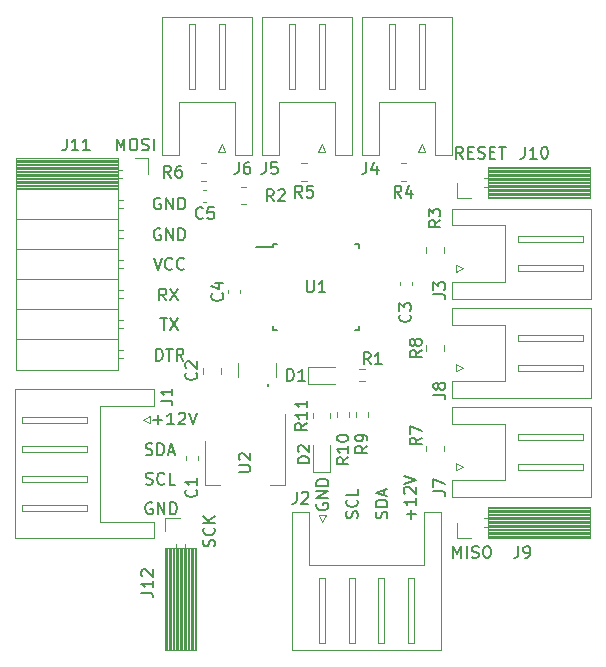
<source format=gto>
G04 #@! TF.GenerationSoftware,KiCad,Pcbnew,(6.0.9)*
G04 #@! TF.CreationDate,2023-02-23T12:45:50+09:00*
G04 #@! TF.ProjectId,AMS_Temp_SMD,414d535f-5465-46d7-905f-534d442e6b69,rev?*
G04 #@! TF.SameCoordinates,Original*
G04 #@! TF.FileFunction,Legend,Top*
G04 #@! TF.FilePolarity,Positive*
%FSLAX46Y46*%
G04 Gerber Fmt 4.6, Leading zero omitted, Abs format (unit mm)*
G04 Created by KiCad (PCBNEW (6.0.9)) date 2023-02-23 12:45:50*
%MOMM*%
%LPD*%
G01*
G04 APERTURE LIST*
%ADD10C,0.150000*%
%ADD11C,0.120000*%
%ADD12C,0.100000*%
%ADD13C,0.200000*%
G04 APERTURE END LIST*
D10*
X113004761Y-98985714D02*
X113052380Y-98842857D01*
X113052380Y-98604761D01*
X113004761Y-98509523D01*
X112957142Y-98461904D01*
X112861904Y-98414285D01*
X112766666Y-98414285D01*
X112671428Y-98461904D01*
X112623809Y-98509523D01*
X112576190Y-98604761D01*
X112528571Y-98795238D01*
X112480952Y-98890476D01*
X112433333Y-98938095D01*
X112338095Y-98985714D01*
X112242857Y-98985714D01*
X112147619Y-98938095D01*
X112100000Y-98890476D01*
X112052380Y-98795238D01*
X112052380Y-98557142D01*
X112100000Y-98414285D01*
X112957142Y-97414285D02*
X113004761Y-97461904D01*
X113052380Y-97604761D01*
X113052380Y-97700000D01*
X113004761Y-97842857D01*
X112909523Y-97938095D01*
X112814285Y-97985714D01*
X112623809Y-98033333D01*
X112480952Y-98033333D01*
X112290476Y-97985714D01*
X112195238Y-97938095D01*
X112100000Y-97842857D01*
X112052380Y-97700000D01*
X112052380Y-97604761D01*
X112100000Y-97461904D01*
X112147619Y-97414285D01*
X113052380Y-96985714D02*
X112052380Y-96985714D01*
X113052380Y-96414285D02*
X112480952Y-96842857D01*
X112052380Y-96414285D02*
X112623809Y-96985714D01*
X107185714Y-91204761D02*
X107328571Y-91252380D01*
X107566666Y-91252380D01*
X107661904Y-91204761D01*
X107709523Y-91157142D01*
X107757142Y-91061904D01*
X107757142Y-90966666D01*
X107709523Y-90871428D01*
X107661904Y-90823809D01*
X107566666Y-90776190D01*
X107376190Y-90728571D01*
X107280952Y-90680952D01*
X107233333Y-90633333D01*
X107185714Y-90538095D01*
X107185714Y-90442857D01*
X107233333Y-90347619D01*
X107280952Y-90300000D01*
X107376190Y-90252380D01*
X107614285Y-90252380D01*
X107757142Y-90300000D01*
X108185714Y-91252380D02*
X108185714Y-90252380D01*
X108423809Y-90252380D01*
X108566666Y-90300000D01*
X108661904Y-90395238D01*
X108709523Y-90490476D01*
X108757142Y-90680952D01*
X108757142Y-90823809D01*
X108709523Y-91014285D01*
X108661904Y-91109523D01*
X108566666Y-91204761D01*
X108423809Y-91252380D01*
X108185714Y-91252380D01*
X109138095Y-90966666D02*
X109614285Y-90966666D01*
X109042857Y-91252380D02*
X109376190Y-90252380D01*
X109709523Y-91252380D01*
X107866666Y-74552380D02*
X108200000Y-75552380D01*
X108533333Y-74552380D01*
X109438095Y-75457142D02*
X109390476Y-75504761D01*
X109247619Y-75552380D01*
X109152380Y-75552380D01*
X109009523Y-75504761D01*
X108914285Y-75409523D01*
X108866666Y-75314285D01*
X108819047Y-75123809D01*
X108819047Y-74980952D01*
X108866666Y-74790476D01*
X108914285Y-74695238D01*
X109009523Y-74600000D01*
X109152380Y-74552380D01*
X109247619Y-74552380D01*
X109390476Y-74600000D01*
X109438095Y-74647619D01*
X110438095Y-75457142D02*
X110390476Y-75504761D01*
X110247619Y-75552380D01*
X110152380Y-75552380D01*
X110009523Y-75504761D01*
X109914285Y-75409523D01*
X109866666Y-75314285D01*
X109819047Y-75123809D01*
X109819047Y-74980952D01*
X109866666Y-74790476D01*
X109914285Y-74695238D01*
X110009523Y-74600000D01*
X110152380Y-74552380D01*
X110247619Y-74552380D01*
X110390476Y-74600000D01*
X110438095Y-74647619D01*
X108438095Y-69500000D02*
X108342857Y-69452380D01*
X108200000Y-69452380D01*
X108057142Y-69500000D01*
X107961904Y-69595238D01*
X107914285Y-69690476D01*
X107866666Y-69880952D01*
X107866666Y-70023809D01*
X107914285Y-70214285D01*
X107961904Y-70309523D01*
X108057142Y-70404761D01*
X108200000Y-70452380D01*
X108295238Y-70452380D01*
X108438095Y-70404761D01*
X108485714Y-70357142D01*
X108485714Y-70023809D01*
X108295238Y-70023809D01*
X108914285Y-70452380D02*
X108914285Y-69452380D01*
X109485714Y-70452380D01*
X109485714Y-69452380D01*
X109961904Y-70452380D02*
X109961904Y-69452380D01*
X110200000Y-69452380D01*
X110342857Y-69500000D01*
X110438095Y-69595238D01*
X110485714Y-69690476D01*
X110533333Y-69880952D01*
X110533333Y-70023809D01*
X110485714Y-70214285D01*
X110438095Y-70309523D01*
X110342857Y-70404761D01*
X110200000Y-70452380D01*
X109961904Y-70452380D01*
X127604761Y-96614285D02*
X127652380Y-96471428D01*
X127652380Y-96233333D01*
X127604761Y-96138095D01*
X127557142Y-96090476D01*
X127461904Y-96042857D01*
X127366666Y-96042857D01*
X127271428Y-96090476D01*
X127223809Y-96138095D01*
X127176190Y-96233333D01*
X127128571Y-96423809D01*
X127080952Y-96519047D01*
X127033333Y-96566666D01*
X126938095Y-96614285D01*
X126842857Y-96614285D01*
X126747619Y-96566666D01*
X126700000Y-96519047D01*
X126652380Y-96423809D01*
X126652380Y-96185714D01*
X126700000Y-96042857D01*
X127652380Y-95614285D02*
X126652380Y-95614285D01*
X126652380Y-95376190D01*
X126700000Y-95233333D01*
X126795238Y-95138095D01*
X126890476Y-95090476D01*
X127080952Y-95042857D01*
X127223809Y-95042857D01*
X127414285Y-95090476D01*
X127509523Y-95138095D01*
X127604761Y-95233333D01*
X127652380Y-95376190D01*
X127652380Y-95614285D01*
X127366666Y-94661904D02*
X127366666Y-94185714D01*
X127652380Y-94757142D02*
X126652380Y-94423809D01*
X127652380Y-94090476D01*
X108438095Y-79652380D02*
X109009523Y-79652380D01*
X108723809Y-80652380D02*
X108723809Y-79652380D01*
X109247619Y-79652380D02*
X109914285Y-80652380D01*
X109914285Y-79652380D02*
X109247619Y-80652380D01*
X107209523Y-93704761D02*
X107352380Y-93752380D01*
X107590476Y-93752380D01*
X107685714Y-93704761D01*
X107733333Y-93657142D01*
X107780952Y-93561904D01*
X107780952Y-93466666D01*
X107733333Y-93371428D01*
X107685714Y-93323809D01*
X107590476Y-93276190D01*
X107400000Y-93228571D01*
X107304761Y-93180952D01*
X107257142Y-93133333D01*
X107209523Y-93038095D01*
X107209523Y-92942857D01*
X107257142Y-92847619D01*
X107304761Y-92800000D01*
X107400000Y-92752380D01*
X107638095Y-92752380D01*
X107780952Y-92800000D01*
X108780952Y-93657142D02*
X108733333Y-93704761D01*
X108590476Y-93752380D01*
X108495238Y-93752380D01*
X108352380Y-93704761D01*
X108257142Y-93609523D01*
X108209523Y-93514285D01*
X108161904Y-93323809D01*
X108161904Y-93180952D01*
X108209523Y-92990476D01*
X108257142Y-92895238D01*
X108352380Y-92800000D01*
X108495238Y-92752380D01*
X108590476Y-92752380D01*
X108733333Y-92800000D01*
X108780952Y-92847619D01*
X109685714Y-93752380D02*
X109209523Y-93752380D01*
X109209523Y-92752380D01*
X134047619Y-66152380D02*
X133714285Y-65676190D01*
X133476190Y-66152380D02*
X133476190Y-65152380D01*
X133857142Y-65152380D01*
X133952380Y-65200000D01*
X134000000Y-65247619D01*
X134047619Y-65342857D01*
X134047619Y-65485714D01*
X134000000Y-65580952D01*
X133952380Y-65628571D01*
X133857142Y-65676190D01*
X133476190Y-65676190D01*
X134476190Y-65628571D02*
X134809523Y-65628571D01*
X134952380Y-66152380D02*
X134476190Y-66152380D01*
X134476190Y-65152380D01*
X134952380Y-65152380D01*
X135333333Y-66104761D02*
X135476190Y-66152380D01*
X135714285Y-66152380D01*
X135809523Y-66104761D01*
X135857142Y-66057142D01*
X135904761Y-65961904D01*
X135904761Y-65866666D01*
X135857142Y-65771428D01*
X135809523Y-65723809D01*
X135714285Y-65676190D01*
X135523809Y-65628571D01*
X135428571Y-65580952D01*
X135380952Y-65533333D01*
X135333333Y-65438095D01*
X135333333Y-65342857D01*
X135380952Y-65247619D01*
X135428571Y-65200000D01*
X135523809Y-65152380D01*
X135761904Y-65152380D01*
X135904761Y-65200000D01*
X136333333Y-65628571D02*
X136666666Y-65628571D01*
X136809523Y-66152380D02*
X136333333Y-66152380D01*
X136333333Y-65152380D01*
X136809523Y-65152380D01*
X137095238Y-65152380D02*
X137666666Y-65152380D01*
X137380952Y-66152380D02*
X137380952Y-65152380D01*
X104728571Y-65452380D02*
X104728571Y-64452380D01*
X105061904Y-65166666D01*
X105395238Y-64452380D01*
X105395238Y-65452380D01*
X106061904Y-64452380D02*
X106252380Y-64452380D01*
X106347619Y-64500000D01*
X106442857Y-64595238D01*
X106490476Y-64785714D01*
X106490476Y-65119047D01*
X106442857Y-65309523D01*
X106347619Y-65404761D01*
X106252380Y-65452380D01*
X106061904Y-65452380D01*
X105966666Y-65404761D01*
X105871428Y-65309523D01*
X105823809Y-65119047D01*
X105823809Y-64785714D01*
X105871428Y-64595238D01*
X105966666Y-64500000D01*
X106061904Y-64452380D01*
X106871428Y-65404761D02*
X107014285Y-65452380D01*
X107252380Y-65452380D01*
X107347619Y-65404761D01*
X107395238Y-65357142D01*
X107442857Y-65261904D01*
X107442857Y-65166666D01*
X107395238Y-65071428D01*
X107347619Y-65023809D01*
X107252380Y-64976190D01*
X107061904Y-64928571D01*
X106966666Y-64880952D01*
X106919047Y-64833333D01*
X106871428Y-64738095D01*
X106871428Y-64642857D01*
X106919047Y-64547619D01*
X106966666Y-64500000D01*
X107061904Y-64452380D01*
X107300000Y-64452380D01*
X107442857Y-64500000D01*
X107871428Y-65452380D02*
X107871428Y-64452380D01*
X108933333Y-78152380D02*
X108600000Y-77676190D01*
X108361904Y-78152380D02*
X108361904Y-77152380D01*
X108742857Y-77152380D01*
X108838095Y-77200000D01*
X108885714Y-77247619D01*
X108933333Y-77342857D01*
X108933333Y-77485714D01*
X108885714Y-77580952D01*
X108838095Y-77628571D01*
X108742857Y-77676190D01*
X108361904Y-77676190D01*
X109266666Y-77152380D02*
X109933333Y-78152380D01*
X109933333Y-77152380D02*
X109266666Y-78152380D01*
X125104761Y-96590476D02*
X125152380Y-96447619D01*
X125152380Y-96209523D01*
X125104761Y-96114285D01*
X125057142Y-96066666D01*
X124961904Y-96019047D01*
X124866666Y-96019047D01*
X124771428Y-96066666D01*
X124723809Y-96114285D01*
X124676190Y-96209523D01*
X124628571Y-96400000D01*
X124580952Y-96495238D01*
X124533333Y-96542857D01*
X124438095Y-96590476D01*
X124342857Y-96590476D01*
X124247619Y-96542857D01*
X124200000Y-96495238D01*
X124152380Y-96400000D01*
X124152380Y-96161904D01*
X124200000Y-96019047D01*
X125057142Y-95019047D02*
X125104761Y-95066666D01*
X125152380Y-95209523D01*
X125152380Y-95304761D01*
X125104761Y-95447619D01*
X125009523Y-95542857D01*
X124914285Y-95590476D01*
X124723809Y-95638095D01*
X124580952Y-95638095D01*
X124390476Y-95590476D01*
X124295238Y-95542857D01*
X124200000Y-95447619D01*
X124152380Y-95304761D01*
X124152380Y-95209523D01*
X124200000Y-95066666D01*
X124247619Y-95019047D01*
X125152380Y-94114285D02*
X125152380Y-94590476D01*
X124152380Y-94590476D01*
X107738095Y-95300000D02*
X107642857Y-95252380D01*
X107500000Y-95252380D01*
X107357142Y-95300000D01*
X107261904Y-95395238D01*
X107214285Y-95490476D01*
X107166666Y-95680952D01*
X107166666Y-95823809D01*
X107214285Y-96014285D01*
X107261904Y-96109523D01*
X107357142Y-96204761D01*
X107500000Y-96252380D01*
X107595238Y-96252380D01*
X107738095Y-96204761D01*
X107785714Y-96157142D01*
X107785714Y-95823809D01*
X107595238Y-95823809D01*
X108214285Y-96252380D02*
X108214285Y-95252380D01*
X108785714Y-96252380D01*
X108785714Y-95252380D01*
X109261904Y-96252380D02*
X109261904Y-95252380D01*
X109500000Y-95252380D01*
X109642857Y-95300000D01*
X109738095Y-95395238D01*
X109785714Y-95490476D01*
X109833333Y-95680952D01*
X109833333Y-95823809D01*
X109785714Y-96014285D01*
X109738095Y-96109523D01*
X109642857Y-96204761D01*
X109500000Y-96252380D01*
X109261904Y-96252380D01*
X133228571Y-99952380D02*
X133228571Y-98952380D01*
X133561904Y-99666666D01*
X133895238Y-98952380D01*
X133895238Y-99952380D01*
X134371428Y-99952380D02*
X134371428Y-98952380D01*
X134800000Y-99904761D02*
X134942857Y-99952380D01*
X135180952Y-99952380D01*
X135276190Y-99904761D01*
X135323809Y-99857142D01*
X135371428Y-99761904D01*
X135371428Y-99666666D01*
X135323809Y-99571428D01*
X135276190Y-99523809D01*
X135180952Y-99476190D01*
X134990476Y-99428571D01*
X134895238Y-99380952D01*
X134847619Y-99333333D01*
X134800000Y-99238095D01*
X134800000Y-99142857D01*
X134847619Y-99047619D01*
X134895238Y-99000000D01*
X134990476Y-98952380D01*
X135228571Y-98952380D01*
X135371428Y-99000000D01*
X135990476Y-98952380D02*
X136180952Y-98952380D01*
X136276190Y-99000000D01*
X136371428Y-99095238D01*
X136419047Y-99285714D01*
X136419047Y-99619047D01*
X136371428Y-99809523D01*
X136276190Y-99904761D01*
X136180952Y-99952380D01*
X135990476Y-99952380D01*
X135895238Y-99904761D01*
X135800000Y-99809523D01*
X135752380Y-99619047D01*
X135752380Y-99285714D01*
X135800000Y-99095238D01*
X135895238Y-99000000D01*
X135990476Y-98952380D01*
X129671428Y-96661904D02*
X129671428Y-95900000D01*
X130052380Y-96280952D02*
X129290476Y-96280952D01*
X130052380Y-94900000D02*
X130052380Y-95471428D01*
X130052380Y-95185714D02*
X129052380Y-95185714D01*
X129195238Y-95280952D01*
X129290476Y-95376190D01*
X129338095Y-95471428D01*
X129147619Y-94519047D02*
X129100000Y-94471428D01*
X129052380Y-94376190D01*
X129052380Y-94138095D01*
X129100000Y-94042857D01*
X129147619Y-93995238D01*
X129242857Y-93947619D01*
X129338095Y-93947619D01*
X129480952Y-93995238D01*
X130052380Y-94566666D01*
X130052380Y-93947619D01*
X129052380Y-93661904D02*
X130052380Y-93328571D01*
X129052380Y-92995238D01*
X108057142Y-83252380D02*
X108057142Y-82252380D01*
X108295238Y-82252380D01*
X108438095Y-82300000D01*
X108533333Y-82395238D01*
X108580952Y-82490476D01*
X108628571Y-82680952D01*
X108628571Y-82823809D01*
X108580952Y-83014285D01*
X108533333Y-83109523D01*
X108438095Y-83204761D01*
X108295238Y-83252380D01*
X108057142Y-83252380D01*
X108914285Y-82252380D02*
X109485714Y-82252380D01*
X109200000Y-83252380D02*
X109200000Y-82252380D01*
X110390476Y-83252380D02*
X110057142Y-82776190D01*
X109819047Y-83252380D02*
X109819047Y-82252380D01*
X110200000Y-82252380D01*
X110295238Y-82300000D01*
X110342857Y-82347619D01*
X110390476Y-82442857D01*
X110390476Y-82585714D01*
X110342857Y-82680952D01*
X110295238Y-82728571D01*
X110200000Y-82776190D01*
X109819047Y-82776190D01*
X121700000Y-95361904D02*
X121652380Y-95457142D01*
X121652380Y-95600000D01*
X121700000Y-95742857D01*
X121795238Y-95838095D01*
X121890476Y-95885714D01*
X122080952Y-95933333D01*
X122223809Y-95933333D01*
X122414285Y-95885714D01*
X122509523Y-95838095D01*
X122604761Y-95742857D01*
X122652380Y-95600000D01*
X122652380Y-95504761D01*
X122604761Y-95361904D01*
X122557142Y-95314285D01*
X122223809Y-95314285D01*
X122223809Y-95504761D01*
X122652380Y-94885714D02*
X121652380Y-94885714D01*
X122652380Y-94314285D01*
X121652380Y-94314285D01*
X122652380Y-93838095D02*
X121652380Y-93838095D01*
X121652380Y-93600000D01*
X121700000Y-93457142D01*
X121795238Y-93361904D01*
X121890476Y-93314285D01*
X122080952Y-93266666D01*
X122223809Y-93266666D01*
X122414285Y-93314285D01*
X122509523Y-93361904D01*
X122604761Y-93457142D01*
X122652380Y-93600000D01*
X122652380Y-93838095D01*
X108438095Y-72100000D02*
X108342857Y-72052380D01*
X108200000Y-72052380D01*
X108057142Y-72100000D01*
X107961904Y-72195238D01*
X107914285Y-72290476D01*
X107866666Y-72480952D01*
X107866666Y-72623809D01*
X107914285Y-72814285D01*
X107961904Y-72909523D01*
X108057142Y-73004761D01*
X108200000Y-73052380D01*
X108295238Y-73052380D01*
X108438095Y-73004761D01*
X108485714Y-72957142D01*
X108485714Y-72623809D01*
X108295238Y-72623809D01*
X108914285Y-73052380D02*
X108914285Y-72052380D01*
X109485714Y-73052380D01*
X109485714Y-72052380D01*
X109961904Y-73052380D02*
X109961904Y-72052380D01*
X110200000Y-72052380D01*
X110342857Y-72100000D01*
X110438095Y-72195238D01*
X110485714Y-72290476D01*
X110533333Y-72480952D01*
X110533333Y-72623809D01*
X110485714Y-72814285D01*
X110438095Y-72909523D01*
X110342857Y-73004761D01*
X110200000Y-73052380D01*
X109961904Y-73052380D01*
X107838095Y-88271428D02*
X108600000Y-88271428D01*
X108219047Y-88652380D02*
X108219047Y-87890476D01*
X109600000Y-88652380D02*
X109028571Y-88652380D01*
X109314285Y-88652380D02*
X109314285Y-87652380D01*
X109219047Y-87795238D01*
X109123809Y-87890476D01*
X109028571Y-87938095D01*
X109980952Y-87747619D02*
X110028571Y-87700000D01*
X110123809Y-87652380D01*
X110361904Y-87652380D01*
X110457142Y-87700000D01*
X110504761Y-87747619D01*
X110552380Y-87842857D01*
X110552380Y-87938095D01*
X110504761Y-88080952D01*
X109933333Y-88652380D01*
X110552380Y-88652380D01*
X110838095Y-87652380D02*
X111171428Y-88652380D01*
X111504761Y-87652380D01*
G04 #@! TO.C,R8*
X130552380Y-82366666D02*
X130076190Y-82700000D01*
X130552380Y-82938095D02*
X129552380Y-82938095D01*
X129552380Y-82557142D01*
X129600000Y-82461904D01*
X129647619Y-82414285D01*
X129742857Y-82366666D01*
X129885714Y-82366666D01*
X129980952Y-82414285D01*
X130028571Y-82461904D01*
X130076190Y-82557142D01*
X130076190Y-82938095D01*
X129980952Y-81795238D02*
X129933333Y-81890476D01*
X129885714Y-81938095D01*
X129790476Y-81985714D01*
X129742857Y-81985714D01*
X129647619Y-81938095D01*
X129600000Y-81890476D01*
X129552380Y-81795238D01*
X129552380Y-81604761D01*
X129600000Y-81509523D01*
X129647619Y-81461904D01*
X129742857Y-81414285D01*
X129790476Y-81414285D01*
X129885714Y-81461904D01*
X129933333Y-81509523D01*
X129980952Y-81604761D01*
X129980952Y-81795238D01*
X130028571Y-81890476D01*
X130076190Y-81938095D01*
X130171428Y-81985714D01*
X130361904Y-81985714D01*
X130457142Y-81938095D01*
X130504761Y-81890476D01*
X130552380Y-81795238D01*
X130552380Y-81604761D01*
X130504761Y-81509523D01*
X130457142Y-81461904D01*
X130361904Y-81414285D01*
X130171428Y-81414285D01*
X130076190Y-81461904D01*
X130028571Y-81509523D01*
X129980952Y-81604761D01*
G04 #@! TO.C,J5*
X117366666Y-66452380D02*
X117366666Y-67166666D01*
X117319047Y-67309523D01*
X117223809Y-67404761D01*
X117080952Y-67452380D01*
X116985714Y-67452380D01*
X118319047Y-66452380D02*
X117842857Y-66452380D01*
X117795238Y-66928571D01*
X117842857Y-66880952D01*
X117938095Y-66833333D01*
X118176190Y-66833333D01*
X118271428Y-66880952D01*
X118319047Y-66928571D01*
X118366666Y-67023809D01*
X118366666Y-67261904D01*
X118319047Y-67357142D01*
X118271428Y-67404761D01*
X118176190Y-67452380D01*
X117938095Y-67452380D01*
X117842857Y-67404761D01*
X117795238Y-67357142D01*
G04 #@! TO.C,J4*
X125866666Y-66452380D02*
X125866666Y-67166666D01*
X125819047Y-67309523D01*
X125723809Y-67404761D01*
X125580952Y-67452380D01*
X125485714Y-67452380D01*
X126771428Y-66785714D02*
X126771428Y-67452380D01*
X126533333Y-66404761D02*
X126295238Y-67119047D01*
X126914285Y-67119047D01*
G04 #@! TO.C,J6*
X115066666Y-66452380D02*
X115066666Y-67166666D01*
X115019047Y-67309523D01*
X114923809Y-67404761D01*
X114780952Y-67452380D01*
X114685714Y-67452380D01*
X115971428Y-66452380D02*
X115780952Y-66452380D01*
X115685714Y-66500000D01*
X115638095Y-66547619D01*
X115542857Y-66690476D01*
X115495238Y-66880952D01*
X115495238Y-67261904D01*
X115542857Y-67357142D01*
X115590476Y-67404761D01*
X115685714Y-67452380D01*
X115876190Y-67452380D01*
X115971428Y-67404761D01*
X116019047Y-67357142D01*
X116066666Y-67261904D01*
X116066666Y-67023809D01*
X116019047Y-66928571D01*
X115971428Y-66880952D01*
X115876190Y-66833333D01*
X115685714Y-66833333D01*
X115590476Y-66880952D01*
X115542857Y-66928571D01*
X115495238Y-67023809D01*
G04 #@! TO.C,C4*
X113657142Y-77566666D02*
X113704761Y-77614285D01*
X113752380Y-77757142D01*
X113752380Y-77852380D01*
X113704761Y-77995238D01*
X113609523Y-78090476D01*
X113514285Y-78138095D01*
X113323809Y-78185714D01*
X113180952Y-78185714D01*
X112990476Y-78138095D01*
X112895238Y-78090476D01*
X112800000Y-77995238D01*
X112752380Y-77852380D01*
X112752380Y-77757142D01*
X112800000Y-77614285D01*
X112847619Y-77566666D01*
X113085714Y-76709523D02*
X113752380Y-76709523D01*
X112704761Y-76947619D02*
X113419047Y-77185714D01*
X113419047Y-76566666D01*
G04 #@! TO.C,J7*
X131552380Y-94333333D02*
X132266666Y-94333333D01*
X132409523Y-94380952D01*
X132504761Y-94476190D01*
X132552380Y-94619047D01*
X132552380Y-94714285D01*
X131552380Y-93952380D02*
X131552380Y-93285714D01*
X132552380Y-93714285D01*
G04 #@! TO.C,R5*
X120433333Y-69452380D02*
X120100000Y-68976190D01*
X119861904Y-69452380D02*
X119861904Y-68452380D01*
X120242857Y-68452380D01*
X120338095Y-68500000D01*
X120385714Y-68547619D01*
X120433333Y-68642857D01*
X120433333Y-68785714D01*
X120385714Y-68880952D01*
X120338095Y-68928571D01*
X120242857Y-68976190D01*
X119861904Y-68976190D01*
X121338095Y-68452380D02*
X120861904Y-68452380D01*
X120814285Y-68928571D01*
X120861904Y-68880952D01*
X120957142Y-68833333D01*
X121195238Y-68833333D01*
X121290476Y-68880952D01*
X121338095Y-68928571D01*
X121385714Y-69023809D01*
X121385714Y-69261904D01*
X121338095Y-69357142D01*
X121290476Y-69404761D01*
X121195238Y-69452380D01*
X120957142Y-69452380D01*
X120861904Y-69404761D01*
X120814285Y-69357142D01*
G04 #@! TO.C,J3*
X131552380Y-77633333D02*
X132266666Y-77633333D01*
X132409523Y-77680952D01*
X132504761Y-77776190D01*
X132552380Y-77919047D01*
X132552380Y-78014285D01*
X131552380Y-77252380D02*
X131552380Y-76633333D01*
X131933333Y-76966666D01*
X131933333Y-76823809D01*
X131980952Y-76728571D01*
X132028571Y-76680952D01*
X132123809Y-76633333D01*
X132361904Y-76633333D01*
X132457142Y-76680952D01*
X132504761Y-76728571D01*
X132552380Y-76823809D01*
X132552380Y-77109523D01*
X132504761Y-77204761D01*
X132457142Y-77252380D01*
G04 #@! TO.C,C5*
X112033333Y-71157142D02*
X111985714Y-71204761D01*
X111842857Y-71252380D01*
X111747619Y-71252380D01*
X111604761Y-71204761D01*
X111509523Y-71109523D01*
X111461904Y-71014285D01*
X111414285Y-70823809D01*
X111414285Y-70680952D01*
X111461904Y-70490476D01*
X111509523Y-70395238D01*
X111604761Y-70300000D01*
X111747619Y-70252380D01*
X111842857Y-70252380D01*
X111985714Y-70300000D01*
X112033333Y-70347619D01*
X112938095Y-70252380D02*
X112461904Y-70252380D01*
X112414285Y-70728571D01*
X112461904Y-70680952D01*
X112557142Y-70633333D01*
X112795238Y-70633333D01*
X112890476Y-70680952D01*
X112938095Y-70728571D01*
X112985714Y-70823809D01*
X112985714Y-71061904D01*
X112938095Y-71157142D01*
X112890476Y-71204761D01*
X112795238Y-71252380D01*
X112557142Y-71252380D01*
X112461904Y-71204761D01*
X112414285Y-71157142D01*
G04 #@! TO.C,D1*
X119161904Y-84952380D02*
X119161904Y-83952380D01*
X119400000Y-83952380D01*
X119542857Y-84000000D01*
X119638095Y-84095238D01*
X119685714Y-84190476D01*
X119733333Y-84380952D01*
X119733333Y-84523809D01*
X119685714Y-84714285D01*
X119638095Y-84809523D01*
X119542857Y-84904761D01*
X119400000Y-84952380D01*
X119161904Y-84952380D01*
X120685714Y-84952380D02*
X120114285Y-84952380D01*
X120400000Y-84952380D02*
X120400000Y-83952380D01*
X120304761Y-84095238D01*
X120209523Y-84190476D01*
X120114285Y-84238095D01*
G04 #@! TO.C,J12*
X106807380Y-102889523D02*
X107521666Y-102889523D01*
X107664523Y-102937142D01*
X107759761Y-103032380D01*
X107807380Y-103175238D01*
X107807380Y-103270476D01*
X107807380Y-101889523D02*
X107807380Y-102460952D01*
X107807380Y-102175238D02*
X106807380Y-102175238D01*
X106950238Y-102270476D01*
X107045476Y-102365714D01*
X107093095Y-102460952D01*
X106902619Y-101508571D02*
X106855000Y-101460952D01*
X106807380Y-101365714D01*
X106807380Y-101127619D01*
X106855000Y-101032380D01*
X106902619Y-100984761D01*
X106997857Y-100937142D01*
X107093095Y-100937142D01*
X107235952Y-100984761D01*
X107807380Y-101556190D01*
X107807380Y-100937142D01*
G04 #@! TO.C,R7*
X130552380Y-89766666D02*
X130076190Y-90100000D01*
X130552380Y-90338095D02*
X129552380Y-90338095D01*
X129552380Y-89957142D01*
X129600000Y-89861904D01*
X129647619Y-89814285D01*
X129742857Y-89766666D01*
X129885714Y-89766666D01*
X129980952Y-89814285D01*
X130028571Y-89861904D01*
X130076190Y-89957142D01*
X130076190Y-90338095D01*
X129552380Y-89433333D02*
X129552380Y-88766666D01*
X130552380Y-89195238D01*
G04 #@! TO.C,R4*
X128833333Y-69452380D02*
X128500000Y-68976190D01*
X128261904Y-69452380D02*
X128261904Y-68452380D01*
X128642857Y-68452380D01*
X128738095Y-68500000D01*
X128785714Y-68547619D01*
X128833333Y-68642857D01*
X128833333Y-68785714D01*
X128785714Y-68880952D01*
X128738095Y-68928571D01*
X128642857Y-68976190D01*
X128261904Y-68976190D01*
X129690476Y-68785714D02*
X129690476Y-69452380D01*
X129452380Y-68404761D02*
X129214285Y-69119047D01*
X129833333Y-69119047D01*
G04 #@! TO.C,C3*
X129557142Y-79366666D02*
X129604761Y-79414285D01*
X129652380Y-79557142D01*
X129652380Y-79652380D01*
X129604761Y-79795238D01*
X129509523Y-79890476D01*
X129414285Y-79938095D01*
X129223809Y-79985714D01*
X129080952Y-79985714D01*
X128890476Y-79938095D01*
X128795238Y-79890476D01*
X128700000Y-79795238D01*
X128652380Y-79652380D01*
X128652380Y-79557142D01*
X128700000Y-79414285D01*
X128747619Y-79366666D01*
X128652380Y-79033333D02*
X128652380Y-78414285D01*
X129033333Y-78747619D01*
X129033333Y-78604761D01*
X129080952Y-78509523D01*
X129128571Y-78461904D01*
X129223809Y-78414285D01*
X129461904Y-78414285D01*
X129557142Y-78461904D01*
X129604761Y-78509523D01*
X129652380Y-78604761D01*
X129652380Y-78890476D01*
X129604761Y-78985714D01*
X129557142Y-79033333D01*
G04 #@! TO.C,J10*
X139290476Y-65152380D02*
X139290476Y-65866666D01*
X139242857Y-66009523D01*
X139147619Y-66104761D01*
X139004761Y-66152380D01*
X138909523Y-66152380D01*
X140290476Y-66152380D02*
X139719047Y-66152380D01*
X140004761Y-66152380D02*
X140004761Y-65152380D01*
X139909523Y-65295238D01*
X139814285Y-65390476D01*
X139719047Y-65438095D01*
X140909523Y-65152380D02*
X141004761Y-65152380D01*
X141100000Y-65200000D01*
X141147619Y-65247619D01*
X141195238Y-65342857D01*
X141242857Y-65533333D01*
X141242857Y-65771428D01*
X141195238Y-65961904D01*
X141147619Y-66057142D01*
X141100000Y-66104761D01*
X141004761Y-66152380D01*
X140909523Y-66152380D01*
X140814285Y-66104761D01*
X140766666Y-66057142D01*
X140719047Y-65961904D01*
X140671428Y-65771428D01*
X140671428Y-65533333D01*
X140719047Y-65342857D01*
X140766666Y-65247619D01*
X140814285Y-65200000D01*
X140909523Y-65152380D01*
G04 #@! TO.C,C2*
X111457142Y-84266666D02*
X111504761Y-84314285D01*
X111552380Y-84457142D01*
X111552380Y-84552380D01*
X111504761Y-84695238D01*
X111409523Y-84790476D01*
X111314285Y-84838095D01*
X111123809Y-84885714D01*
X110980952Y-84885714D01*
X110790476Y-84838095D01*
X110695238Y-84790476D01*
X110600000Y-84695238D01*
X110552380Y-84552380D01*
X110552380Y-84457142D01*
X110600000Y-84314285D01*
X110647619Y-84266666D01*
X110647619Y-83885714D02*
X110600000Y-83838095D01*
X110552380Y-83742857D01*
X110552380Y-83504761D01*
X110600000Y-83409523D01*
X110647619Y-83361904D01*
X110742857Y-83314285D01*
X110838095Y-83314285D01*
X110980952Y-83361904D01*
X111552380Y-83933333D01*
X111552380Y-83314285D01*
G04 #@! TO.C,U1*
X120838095Y-76452380D02*
X120838095Y-77261904D01*
X120885714Y-77357142D01*
X120933333Y-77404761D01*
X121028571Y-77452380D01*
X121219047Y-77452380D01*
X121314285Y-77404761D01*
X121361904Y-77357142D01*
X121409523Y-77261904D01*
X121409523Y-76452380D01*
X122409523Y-77452380D02*
X121838095Y-77452380D01*
X122123809Y-77452380D02*
X122123809Y-76452380D01*
X122028571Y-76595238D01*
X121933333Y-76690476D01*
X121838095Y-76738095D01*
G04 #@! TO.C,J2*
X119966666Y-94352380D02*
X119966666Y-95066666D01*
X119919047Y-95209523D01*
X119823809Y-95304761D01*
X119680952Y-95352380D01*
X119585714Y-95352380D01*
X120395238Y-94447619D02*
X120442857Y-94400000D01*
X120538095Y-94352380D01*
X120776190Y-94352380D01*
X120871428Y-94400000D01*
X120919047Y-94447619D01*
X120966666Y-94542857D01*
X120966666Y-94638095D01*
X120919047Y-94780952D01*
X120347619Y-95352380D01*
X120966666Y-95352380D01*
G04 #@! TO.C,R11*
X120852380Y-88542857D02*
X120376190Y-88876190D01*
X120852380Y-89114285D02*
X119852380Y-89114285D01*
X119852380Y-88733333D01*
X119900000Y-88638095D01*
X119947619Y-88590476D01*
X120042857Y-88542857D01*
X120185714Y-88542857D01*
X120280952Y-88590476D01*
X120328571Y-88638095D01*
X120376190Y-88733333D01*
X120376190Y-89114285D01*
X120852380Y-87590476D02*
X120852380Y-88161904D01*
X120852380Y-87876190D02*
X119852380Y-87876190D01*
X119995238Y-87971428D01*
X120090476Y-88066666D01*
X120138095Y-88161904D01*
X120852380Y-86638095D02*
X120852380Y-87209523D01*
X120852380Y-86923809D02*
X119852380Y-86923809D01*
X119995238Y-87019047D01*
X120090476Y-87114285D01*
X120138095Y-87209523D01*
G04 #@! TO.C,R3*
X132152380Y-71366666D02*
X131676190Y-71700000D01*
X132152380Y-71938095D02*
X131152380Y-71938095D01*
X131152380Y-71557142D01*
X131200000Y-71461904D01*
X131247619Y-71414285D01*
X131342857Y-71366666D01*
X131485714Y-71366666D01*
X131580952Y-71414285D01*
X131628571Y-71461904D01*
X131676190Y-71557142D01*
X131676190Y-71938095D01*
X131152380Y-71033333D02*
X131152380Y-70414285D01*
X131533333Y-70747619D01*
X131533333Y-70604761D01*
X131580952Y-70509523D01*
X131628571Y-70461904D01*
X131723809Y-70414285D01*
X131961904Y-70414285D01*
X132057142Y-70461904D01*
X132104761Y-70509523D01*
X132152380Y-70604761D01*
X132152380Y-70890476D01*
X132104761Y-70985714D01*
X132057142Y-71033333D01*
G04 #@! TO.C,C1*
X111457142Y-94166666D02*
X111504761Y-94214285D01*
X111552380Y-94357142D01*
X111552380Y-94452380D01*
X111504761Y-94595238D01*
X111409523Y-94690476D01*
X111314285Y-94738095D01*
X111123809Y-94785714D01*
X110980952Y-94785714D01*
X110790476Y-94738095D01*
X110695238Y-94690476D01*
X110600000Y-94595238D01*
X110552380Y-94452380D01*
X110552380Y-94357142D01*
X110600000Y-94214285D01*
X110647619Y-94166666D01*
X111552380Y-93214285D02*
X111552380Y-93785714D01*
X111552380Y-93500000D02*
X110552380Y-93500000D01*
X110695238Y-93595238D01*
X110790476Y-93690476D01*
X110838095Y-93785714D01*
G04 #@! TO.C,R2*
X118033333Y-69752380D02*
X117700000Y-69276190D01*
X117461904Y-69752380D02*
X117461904Y-68752380D01*
X117842857Y-68752380D01*
X117938095Y-68800000D01*
X117985714Y-68847619D01*
X118033333Y-68942857D01*
X118033333Y-69085714D01*
X117985714Y-69180952D01*
X117938095Y-69228571D01*
X117842857Y-69276190D01*
X117461904Y-69276190D01*
X118414285Y-68847619D02*
X118461904Y-68800000D01*
X118557142Y-68752380D01*
X118795238Y-68752380D01*
X118890476Y-68800000D01*
X118938095Y-68847619D01*
X118985714Y-68942857D01*
X118985714Y-69038095D01*
X118938095Y-69180952D01*
X118366666Y-69752380D01*
X118985714Y-69752380D01*
G04 #@! TO.C,R10*
X124352380Y-91442857D02*
X123876190Y-91776190D01*
X124352380Y-92014285D02*
X123352380Y-92014285D01*
X123352380Y-91633333D01*
X123400000Y-91538095D01*
X123447619Y-91490476D01*
X123542857Y-91442857D01*
X123685714Y-91442857D01*
X123780952Y-91490476D01*
X123828571Y-91538095D01*
X123876190Y-91633333D01*
X123876190Y-92014285D01*
X124352380Y-90490476D02*
X124352380Y-91061904D01*
X124352380Y-90776190D02*
X123352380Y-90776190D01*
X123495238Y-90871428D01*
X123590476Y-90966666D01*
X123638095Y-91061904D01*
X123352380Y-89871428D02*
X123352380Y-89776190D01*
X123400000Y-89680952D01*
X123447619Y-89633333D01*
X123542857Y-89585714D01*
X123733333Y-89538095D01*
X123971428Y-89538095D01*
X124161904Y-89585714D01*
X124257142Y-89633333D01*
X124304761Y-89680952D01*
X124352380Y-89776190D01*
X124352380Y-89871428D01*
X124304761Y-89966666D01*
X124257142Y-90014285D01*
X124161904Y-90061904D01*
X123971428Y-90109523D01*
X123733333Y-90109523D01*
X123542857Y-90061904D01*
X123447619Y-90014285D01*
X123400000Y-89966666D01*
X123352380Y-89871428D01*
G04 #@! TO.C,J1*
X108452380Y-86633333D02*
X109166666Y-86633333D01*
X109309523Y-86680952D01*
X109404761Y-86776190D01*
X109452380Y-86919047D01*
X109452380Y-87014285D01*
X109452380Y-85633333D02*
X109452380Y-86204761D01*
X109452380Y-85919047D02*
X108452380Y-85919047D01*
X108595238Y-86014285D01*
X108690476Y-86109523D01*
X108738095Y-86204761D01*
G04 #@! TO.C,R9*
X125952380Y-90466666D02*
X125476190Y-90800000D01*
X125952380Y-91038095D02*
X124952380Y-91038095D01*
X124952380Y-90657142D01*
X125000000Y-90561904D01*
X125047619Y-90514285D01*
X125142857Y-90466666D01*
X125285714Y-90466666D01*
X125380952Y-90514285D01*
X125428571Y-90561904D01*
X125476190Y-90657142D01*
X125476190Y-91038095D01*
X125952380Y-89990476D02*
X125952380Y-89800000D01*
X125904761Y-89704761D01*
X125857142Y-89657142D01*
X125714285Y-89561904D01*
X125523809Y-89514285D01*
X125142857Y-89514285D01*
X125047619Y-89561904D01*
X125000000Y-89609523D01*
X124952380Y-89704761D01*
X124952380Y-89895238D01*
X125000000Y-89990476D01*
X125047619Y-90038095D01*
X125142857Y-90085714D01*
X125380952Y-90085714D01*
X125476190Y-90038095D01*
X125523809Y-89990476D01*
X125571428Y-89895238D01*
X125571428Y-89704761D01*
X125523809Y-89609523D01*
X125476190Y-89561904D01*
X125380952Y-89514285D01*
G04 #@! TO.C,R1*
X126233333Y-83552380D02*
X125900000Y-83076190D01*
X125661904Y-83552380D02*
X125661904Y-82552380D01*
X126042857Y-82552380D01*
X126138095Y-82600000D01*
X126185714Y-82647619D01*
X126233333Y-82742857D01*
X126233333Y-82885714D01*
X126185714Y-82980952D01*
X126138095Y-83028571D01*
X126042857Y-83076190D01*
X125661904Y-83076190D01*
X127185714Y-83552380D02*
X126614285Y-83552380D01*
X126900000Y-83552380D02*
X126900000Y-82552380D01*
X126804761Y-82695238D01*
X126709523Y-82790476D01*
X126614285Y-82838095D01*
G04 #@! TO.C,J9*
X138746666Y-98952380D02*
X138746666Y-99666666D01*
X138699047Y-99809523D01*
X138603809Y-99904761D01*
X138460952Y-99952380D01*
X138365714Y-99952380D01*
X139270476Y-99952380D02*
X139460952Y-99952380D01*
X139556190Y-99904761D01*
X139603809Y-99857142D01*
X139699047Y-99714285D01*
X139746666Y-99523809D01*
X139746666Y-99142857D01*
X139699047Y-99047619D01*
X139651428Y-99000000D01*
X139556190Y-98952380D01*
X139365714Y-98952380D01*
X139270476Y-99000000D01*
X139222857Y-99047619D01*
X139175238Y-99142857D01*
X139175238Y-99380952D01*
X139222857Y-99476190D01*
X139270476Y-99523809D01*
X139365714Y-99571428D01*
X139556190Y-99571428D01*
X139651428Y-99523809D01*
X139699047Y-99476190D01*
X139746666Y-99380952D01*
G04 #@! TO.C,U2*
X115052380Y-92661904D02*
X115861904Y-92661904D01*
X115957142Y-92614285D01*
X116004761Y-92566666D01*
X116052380Y-92471428D01*
X116052380Y-92280952D01*
X116004761Y-92185714D01*
X115957142Y-92138095D01*
X115861904Y-92090476D01*
X115052380Y-92090476D01*
X115147619Y-91661904D02*
X115100000Y-91614285D01*
X115052380Y-91519047D01*
X115052380Y-91280952D01*
X115100000Y-91185714D01*
X115147619Y-91138095D01*
X115242857Y-91090476D01*
X115338095Y-91090476D01*
X115480952Y-91138095D01*
X116052380Y-91709523D01*
X116052380Y-91090476D01*
G04 #@! TO.C,J11*
X100490476Y-64452380D02*
X100490476Y-65166666D01*
X100442857Y-65309523D01*
X100347619Y-65404761D01*
X100204761Y-65452380D01*
X100109523Y-65452380D01*
X101490476Y-65452380D02*
X100919047Y-65452380D01*
X101204761Y-65452380D02*
X101204761Y-64452380D01*
X101109523Y-64595238D01*
X101014285Y-64690476D01*
X100919047Y-64738095D01*
X102442857Y-65452380D02*
X101871428Y-65452380D01*
X102157142Y-65452380D02*
X102157142Y-64452380D01*
X102061904Y-64595238D01*
X101966666Y-64690476D01*
X101871428Y-64738095D01*
G04 #@! TO.C,R6*
X109333333Y-67752380D02*
X109000000Y-67276190D01*
X108761904Y-67752380D02*
X108761904Y-66752380D01*
X109142857Y-66752380D01*
X109238095Y-66800000D01*
X109285714Y-66847619D01*
X109333333Y-66942857D01*
X109333333Y-67085714D01*
X109285714Y-67180952D01*
X109238095Y-67228571D01*
X109142857Y-67276190D01*
X108761904Y-67276190D01*
X110190476Y-66752380D02*
X110000000Y-66752380D01*
X109904761Y-66800000D01*
X109857142Y-66847619D01*
X109761904Y-66990476D01*
X109714285Y-67180952D01*
X109714285Y-67561904D01*
X109761904Y-67657142D01*
X109809523Y-67704761D01*
X109904761Y-67752380D01*
X110095238Y-67752380D01*
X110190476Y-67704761D01*
X110238095Y-67657142D01*
X110285714Y-67561904D01*
X110285714Y-67323809D01*
X110238095Y-67228571D01*
X110190476Y-67180952D01*
X110095238Y-67133333D01*
X109904761Y-67133333D01*
X109809523Y-67180952D01*
X109761904Y-67228571D01*
X109714285Y-67323809D01*
G04 #@! TO.C,D2*
X121052380Y-91938095D02*
X120052380Y-91938095D01*
X120052380Y-91700000D01*
X120100000Y-91557142D01*
X120195238Y-91461904D01*
X120290476Y-91414285D01*
X120480952Y-91366666D01*
X120623809Y-91366666D01*
X120814285Y-91414285D01*
X120909523Y-91461904D01*
X121004761Y-91557142D01*
X121052380Y-91700000D01*
X121052380Y-91938095D01*
X120147619Y-90985714D02*
X120100000Y-90938095D01*
X120052380Y-90842857D01*
X120052380Y-90604761D01*
X120100000Y-90509523D01*
X120147619Y-90461904D01*
X120242857Y-90414285D01*
X120338095Y-90414285D01*
X120480952Y-90461904D01*
X121052380Y-91033333D01*
X121052380Y-90414285D01*
G04 #@! TO.C,J8*
X131552380Y-86133333D02*
X132266666Y-86133333D01*
X132409523Y-86180952D01*
X132504761Y-86276190D01*
X132552380Y-86419047D01*
X132552380Y-86514285D01*
X131980952Y-85514285D02*
X131933333Y-85609523D01*
X131885714Y-85657142D01*
X131790476Y-85704761D01*
X131742857Y-85704761D01*
X131647619Y-85657142D01*
X131600000Y-85609523D01*
X131552380Y-85514285D01*
X131552380Y-85323809D01*
X131600000Y-85228571D01*
X131647619Y-85180952D01*
X131742857Y-85133333D01*
X131790476Y-85133333D01*
X131885714Y-85180952D01*
X131933333Y-85228571D01*
X131980952Y-85323809D01*
X131980952Y-85514285D01*
X132028571Y-85609523D01*
X132076190Y-85657142D01*
X132171428Y-85704761D01*
X132361904Y-85704761D01*
X132457142Y-85657142D01*
X132504761Y-85609523D01*
X132552380Y-85514285D01*
X132552380Y-85323809D01*
X132504761Y-85228571D01*
X132457142Y-85180952D01*
X132361904Y-85133333D01*
X132171428Y-85133333D01*
X132076190Y-85180952D01*
X132028571Y-85228571D01*
X131980952Y-85323809D01*
D11*
G04 #@! TO.C,R8*
X130965000Y-82427064D02*
X130965000Y-81972936D01*
X132435000Y-82427064D02*
X132435000Y-81972936D01*
G04 #@! TO.C,J5*
X120850000Y-54140000D02*
X124660000Y-54140000D01*
X121800000Y-65550000D02*
X122100000Y-64950000D01*
X121850000Y-60250000D02*
X122350000Y-60250000D01*
X118460000Y-65860000D02*
X118460000Y-61360000D01*
X120850000Y-54140000D02*
X117040000Y-54140000D01*
X122350000Y-60250000D02*
X122350000Y-54750000D01*
X118460000Y-61360000D02*
X120850000Y-61360000D01*
X124660000Y-65860000D02*
X123240000Y-65860000D01*
X119850000Y-60250000D02*
X119850000Y-54750000D01*
X122100000Y-64950000D02*
X122400000Y-65550000D01*
X124660000Y-54140000D02*
X124660000Y-65860000D01*
X123240000Y-65860000D02*
X123240000Y-61360000D01*
X123240000Y-61360000D02*
X120850000Y-61360000D01*
X119350000Y-60250000D02*
X119850000Y-60250000D01*
X122350000Y-54750000D02*
X121850000Y-54750000D01*
X117040000Y-65860000D02*
X118460000Y-65860000D01*
X119850000Y-54750000D02*
X119350000Y-54750000D01*
X121850000Y-54750000D02*
X121850000Y-60250000D01*
X117040000Y-54140000D02*
X117040000Y-65860000D01*
X119350000Y-54750000D02*
X119350000Y-60250000D01*
X122400000Y-65550000D02*
X121800000Y-65550000D01*
G04 #@! TO.C,J4*
X130800000Y-54750000D02*
X130300000Y-54750000D01*
X131690000Y-61360000D02*
X129300000Y-61360000D01*
X127800000Y-60250000D02*
X128300000Y-60250000D01*
X126910000Y-65860000D02*
X126910000Y-61360000D01*
X129300000Y-54140000D02*
X133110000Y-54140000D01*
X130850000Y-65550000D02*
X130250000Y-65550000D01*
X126910000Y-61360000D02*
X129300000Y-61360000D01*
X130300000Y-60250000D02*
X130800000Y-60250000D01*
X128300000Y-60250000D02*
X128300000Y-54750000D01*
X125490000Y-65860000D02*
X126910000Y-65860000D01*
X125490000Y-54140000D02*
X125490000Y-65860000D01*
X133110000Y-65860000D02*
X131690000Y-65860000D01*
X127800000Y-54750000D02*
X127800000Y-60250000D01*
X130300000Y-54750000D02*
X130300000Y-60250000D01*
X129300000Y-54140000D02*
X125490000Y-54140000D01*
X130250000Y-65550000D02*
X130550000Y-64950000D01*
X130800000Y-60250000D02*
X130800000Y-54750000D01*
X131690000Y-65860000D02*
X131690000Y-61360000D01*
X130550000Y-64950000D02*
X130850000Y-65550000D01*
X128300000Y-54750000D02*
X127800000Y-54750000D01*
X133110000Y-54140000D02*
X133110000Y-65860000D01*
G04 #@! TO.C,J6*
X113350000Y-65550000D02*
X113650000Y-64950000D01*
X114790000Y-65860000D02*
X114790000Y-61360000D01*
X113900000Y-60250000D02*
X113900000Y-54750000D01*
X114790000Y-61360000D02*
X112400000Y-61360000D01*
X113900000Y-54750000D02*
X113400000Y-54750000D01*
X110010000Y-61360000D02*
X112400000Y-61360000D01*
X110010000Y-65860000D02*
X110010000Y-61360000D01*
X108590000Y-65860000D02*
X110010000Y-65860000D01*
X111400000Y-54750000D02*
X110900000Y-54750000D01*
X116210000Y-65860000D02*
X114790000Y-65860000D01*
X112400000Y-54140000D02*
X108590000Y-54140000D01*
X110900000Y-54750000D02*
X110900000Y-60250000D01*
X113650000Y-64950000D02*
X113950000Y-65550000D01*
X113950000Y-65550000D02*
X113350000Y-65550000D01*
X116210000Y-54140000D02*
X116210000Y-65860000D01*
X113400000Y-54750000D02*
X113400000Y-60250000D01*
X110900000Y-60250000D02*
X111400000Y-60250000D01*
X108590000Y-54140000D02*
X108590000Y-65860000D01*
X113400000Y-60250000D02*
X113900000Y-60250000D01*
X112400000Y-54140000D02*
X116210000Y-54140000D01*
X111400000Y-60250000D02*
X111400000Y-54750000D01*
G04 #@! TO.C,C4*
X115210000Y-77259420D02*
X115210000Y-77540580D01*
X114190000Y-77259420D02*
X114190000Y-77540580D01*
G04 #@! TO.C,J7*
X133450000Y-92550000D02*
X133450000Y-91950000D01*
X144250000Y-90000000D02*
X144250000Y-89500000D01*
X138750000Y-90000000D02*
X144250000Y-90000000D01*
X138750000Y-92000000D02*
X138750000Y-92500000D01*
X133140000Y-94810000D02*
X133140000Y-93390000D01*
X138750000Y-89500000D02*
X138750000Y-90000000D01*
X133140000Y-93390000D02*
X137640000Y-93390000D01*
X138750000Y-92500000D02*
X144250000Y-92500000D01*
X144860000Y-94810000D02*
X133140000Y-94810000D01*
X133140000Y-88610000D02*
X137640000Y-88610000D01*
X144250000Y-89500000D02*
X138750000Y-89500000D01*
X137640000Y-93390000D02*
X137640000Y-91000000D01*
X144860000Y-91000000D02*
X144860000Y-94810000D01*
X144250000Y-92000000D02*
X138750000Y-92000000D01*
X144250000Y-92500000D02*
X144250000Y-92000000D01*
X134050000Y-92250000D02*
X133450000Y-92550000D01*
X144860000Y-91000000D02*
X144860000Y-87190000D01*
X137640000Y-88610000D02*
X137640000Y-91000000D01*
X144860000Y-87190000D02*
X133140000Y-87190000D01*
X133450000Y-91950000D02*
X134050000Y-92250000D01*
X133140000Y-87190000D02*
X133140000Y-88610000D01*
G04 #@! TO.C,R5*
X120827064Y-68035000D02*
X120372936Y-68035000D01*
X120827064Y-66565000D02*
X120372936Y-66565000D01*
G04 #@! TO.C,J3*
X138750000Y-75200000D02*
X138750000Y-75700000D01*
X144860000Y-70390000D02*
X133140000Y-70390000D01*
X134050000Y-75450000D02*
X133450000Y-75750000D01*
X138750000Y-73200000D02*
X144250000Y-73200000D01*
X144860000Y-78010000D02*
X133140000Y-78010000D01*
X133140000Y-78010000D02*
X133140000Y-76590000D01*
X133140000Y-76590000D02*
X137640000Y-76590000D01*
X133140000Y-71810000D02*
X137640000Y-71810000D01*
X133450000Y-75750000D02*
X133450000Y-75150000D01*
X144250000Y-75700000D02*
X144250000Y-75200000D01*
X144860000Y-74200000D02*
X144860000Y-78010000D01*
X144250000Y-75200000D02*
X138750000Y-75200000D01*
X133450000Y-75150000D02*
X134050000Y-75450000D01*
X138750000Y-72700000D02*
X138750000Y-73200000D01*
X144250000Y-72700000D02*
X138750000Y-72700000D01*
X133140000Y-70390000D02*
X133140000Y-71810000D01*
X138750000Y-75700000D02*
X144250000Y-75700000D01*
X137640000Y-71810000D02*
X137640000Y-74200000D01*
X137640000Y-76590000D02*
X137640000Y-74200000D01*
X144250000Y-73200000D02*
X144250000Y-72700000D01*
X144860000Y-74200000D02*
X144860000Y-70390000D01*
G04 #@! TO.C,C5*
X112340580Y-68790000D02*
X112059420Y-68790000D01*
X112340580Y-69810000D02*
X112059420Y-69810000D01*
G04 #@! TO.C,D1*
X120915000Y-85235000D02*
X123200000Y-85235000D01*
X120915000Y-83765000D02*
X120915000Y-85235000D01*
X123200000Y-83765000D02*
X120915000Y-83765000D01*
G04 #@! TO.C,J12*
X109723185Y-107790000D02*
X109723185Y-99160000D01*
X109765000Y-99160000D02*
X109765000Y-98810000D01*
X109492275Y-107790000D02*
X109492275Y-99160000D01*
X110415915Y-107790000D02*
X110415915Y-99160000D01*
X109838640Y-107790000D02*
X109838640Y-99160000D01*
X110185005Y-107790000D02*
X110185005Y-99160000D01*
X110300460Y-107790000D02*
X110300460Y-99160000D01*
X109954095Y-107790000D02*
X109954095Y-99160000D01*
X109145910Y-107790000D02*
X109145910Y-99160000D01*
X108795000Y-97700000D02*
X108795000Y-96590000D01*
X111339555Y-107790000D02*
X111339555Y-99160000D01*
X110531370Y-107790000D02*
X110531370Y-99160000D01*
X110877735Y-107790000D02*
X110877735Y-99160000D01*
X109261365Y-107790000D02*
X109261365Y-99160000D01*
X110069550Y-107790000D02*
X110069550Y-99160000D01*
X108795000Y-99160000D02*
X111455000Y-99160000D01*
X110485000Y-99160000D02*
X110485000Y-98810000D01*
X108795000Y-107790000D02*
X111455000Y-107790000D01*
X110762280Y-107790000D02*
X110762280Y-99160000D01*
X111224100Y-107790000D02*
X111224100Y-99160000D01*
X108795000Y-107790000D02*
X108795000Y-99160000D01*
X109376820Y-107790000D02*
X109376820Y-99160000D01*
X110646825Y-107790000D02*
X110646825Y-99160000D01*
X108915000Y-107790000D02*
X108915000Y-99160000D01*
X110993190Y-107790000D02*
X110993190Y-99160000D01*
X109030455Y-107790000D02*
X109030455Y-99160000D01*
X109607730Y-107790000D02*
X109607730Y-99160000D01*
X111108645Y-107790000D02*
X111108645Y-99160000D01*
X111455000Y-107790000D02*
X111455000Y-99160000D01*
X108795000Y-96590000D02*
X110125000Y-96590000D01*
G04 #@! TO.C,R7*
X132435000Y-90927064D02*
X132435000Y-90472936D01*
X130965000Y-90927064D02*
X130965000Y-90472936D01*
G04 #@! TO.C,R4*
X129227064Y-66565000D02*
X128772936Y-66565000D01*
X129227064Y-68035000D02*
X128772936Y-68035000D01*
G04 #@! TO.C,C3*
X128690000Y-76559420D02*
X128690000Y-76840580D01*
X129710000Y-76559420D02*
X129710000Y-76840580D01*
G04 #@! TO.C,J10*
X144790000Y-68114995D02*
X136160000Y-68114995D01*
X144790000Y-66845000D02*
X136160000Y-66845000D01*
X144790000Y-69505000D02*
X136160000Y-69505000D01*
X144790000Y-67422265D02*
X136160000Y-67422265D01*
X144790000Y-68230450D02*
X136160000Y-68230450D01*
X133590000Y-69505000D02*
X133590000Y-68175000D01*
X144790000Y-67884085D02*
X136160000Y-67884085D01*
X144790000Y-69505000D02*
X144790000Y-66845000D01*
X136160000Y-68535000D02*
X135810000Y-68535000D01*
X144790000Y-69154090D02*
X136160000Y-69154090D01*
X144790000Y-67075900D02*
X136160000Y-67075900D01*
X144790000Y-69269545D02*
X136160000Y-69269545D01*
X144790000Y-69038635D02*
X136160000Y-69038635D01*
X144790000Y-67653175D02*
X136160000Y-67653175D01*
X144790000Y-67999540D02*
X136160000Y-67999540D01*
X144790000Y-68692270D02*
X136160000Y-68692270D01*
X144790000Y-66960445D02*
X136160000Y-66960445D01*
X134700000Y-69505000D02*
X133590000Y-69505000D01*
X144790000Y-68461360D02*
X136160000Y-68461360D01*
X144790000Y-68576815D02*
X136160000Y-68576815D01*
X144790000Y-67768630D02*
X136160000Y-67768630D01*
X144790000Y-69385000D02*
X136160000Y-69385000D01*
X144790000Y-67191355D02*
X136160000Y-67191355D01*
X144790000Y-67306810D02*
X136160000Y-67306810D01*
X144790000Y-68345905D02*
X136160000Y-68345905D01*
X144790000Y-68923180D02*
X136160000Y-68923180D01*
X144790000Y-67537720D02*
X136160000Y-67537720D01*
X136160000Y-69505000D02*
X136160000Y-66845000D01*
X136160000Y-67815000D02*
X135810000Y-67815000D01*
X144790000Y-68807725D02*
X136160000Y-68807725D01*
D12*
G04 #@! TO.C,Y1*
X115000000Y-84675000D02*
X115000000Y-83425000D01*
D13*
X117550000Y-85275000D02*
X117550000Y-85275000D01*
D12*
X115000000Y-83425000D02*
X115000000Y-84675000D01*
D13*
X117550000Y-85375000D02*
X117550000Y-85375000D01*
D12*
X115000000Y-83425000D02*
X115000000Y-83425000D01*
X118200000Y-83425000D02*
X118200000Y-84675000D01*
X118200000Y-84675000D02*
X118200000Y-84675000D01*
X115000000Y-84675000D02*
X115000000Y-84675000D01*
X118200000Y-84675000D02*
X118200000Y-83425000D01*
D13*
X117550000Y-85275000D02*
X117550000Y-85275000D01*
D12*
X118200000Y-83425000D02*
X118200000Y-83425000D01*
D13*
X117550000Y-85275000D02*
G75*
G03*
X117550000Y-85375000I0J-50000D01*
G01*
X117550000Y-85275000D02*
G75*
G03*
X117550000Y-85375000I0J-50000D01*
G01*
X117550000Y-85375000D02*
G75*
G03*
X117550000Y-85275000I0J50000D01*
G01*
D11*
G04 #@! TO.C,C2*
X113535000Y-84361252D02*
X113535000Y-83838748D01*
X112065000Y-84361252D02*
X112065000Y-83838748D01*
D10*
G04 #@! TO.C,U1*
X125225000Y-73375000D02*
X125225000Y-73700000D01*
X125225000Y-80625000D02*
X124900000Y-80625000D01*
X125225000Y-73375000D02*
X124900000Y-73375000D01*
X125225000Y-80625000D02*
X125225000Y-80300000D01*
X117975000Y-80625000D02*
X117975000Y-80300000D01*
X117975000Y-73375000D02*
X118300000Y-73375000D01*
X117975000Y-73375000D02*
X117975000Y-73600000D01*
X117975000Y-80625000D02*
X118300000Y-80625000D01*
X117975000Y-73600000D02*
X116550000Y-73600000D01*
D11*
G04 #@! TO.C,J2*
X122400000Y-107150000D02*
X122400000Y-101650000D01*
X124400000Y-101650000D02*
X124400000Y-107150000D01*
X124900000Y-107150000D02*
X124900000Y-101650000D01*
X132210000Y-107760000D02*
X132210000Y-96040000D01*
X127400000Y-107150000D02*
X127400000Y-101650000D01*
X126900000Y-107150000D02*
X127400000Y-107150000D01*
X122400000Y-101650000D02*
X121900000Y-101650000D01*
X125900000Y-107760000D02*
X132210000Y-107760000D01*
X129900000Y-101650000D02*
X129400000Y-101650000D01*
X125900000Y-107760000D02*
X119590000Y-107760000D01*
X129400000Y-107150000D02*
X129900000Y-107150000D01*
X121900000Y-107150000D02*
X122400000Y-107150000D01*
X129900000Y-107150000D02*
X129900000Y-101650000D01*
X121010000Y-100540000D02*
X125900000Y-100540000D01*
X130790000Y-96040000D02*
X130790000Y-100540000D01*
X126900000Y-101650000D02*
X126900000Y-107150000D01*
X121900000Y-101650000D02*
X121900000Y-107150000D01*
X124900000Y-101650000D02*
X124400000Y-101650000D01*
X129400000Y-101650000D02*
X129400000Y-107150000D01*
X121010000Y-96040000D02*
X121010000Y-100540000D01*
X127400000Y-101650000D02*
X126900000Y-101650000D01*
X124400000Y-107150000D02*
X124900000Y-107150000D01*
X119590000Y-96040000D02*
X121010000Y-96040000D01*
X122450000Y-96350000D02*
X122150000Y-96950000D01*
X122150000Y-96950000D02*
X121850000Y-96350000D01*
X132210000Y-96040000D02*
X130790000Y-96040000D01*
X119590000Y-107760000D02*
X119590000Y-96040000D01*
X121850000Y-96350000D02*
X122450000Y-96350000D01*
X130790000Y-100540000D02*
X125900000Y-100540000D01*
G04 #@! TO.C,R11*
X121365000Y-87672936D02*
X121365000Y-88127064D01*
X122835000Y-87672936D02*
X122835000Y-88127064D01*
G04 #@! TO.C,R3*
X132435000Y-74127064D02*
X132435000Y-73672936D01*
X130965000Y-74127064D02*
X130965000Y-73672936D01*
G04 #@! TO.C,C1*
X111610000Y-91359420D02*
X111610000Y-91640580D01*
X110590000Y-91359420D02*
X110590000Y-91640580D01*
G04 #@! TO.C,R2*
X115727064Y-68565000D02*
X115272936Y-68565000D01*
X115727064Y-70035000D02*
X115272936Y-70035000D01*
G04 #@! TO.C,R10*
X123377500Y-87562742D02*
X123377500Y-88037258D01*
X124422500Y-87562742D02*
X124422500Y-88037258D01*
G04 #@! TO.C,J1*
X96750000Y-93500000D02*
X102250000Y-93500000D01*
X102250000Y-91000000D02*
X102250000Y-90500000D01*
X96140000Y-92000000D02*
X96140000Y-85690000D01*
X96140000Y-85690000D02*
X107860000Y-85690000D01*
X103360000Y-96890000D02*
X103360000Y-92000000D01*
X96140000Y-98310000D02*
X107860000Y-98310000D01*
X107550000Y-87950000D02*
X107550000Y-88550000D01*
X96750000Y-91000000D02*
X102250000Y-91000000D01*
X107860000Y-85690000D02*
X107860000Y-87110000D01*
X102250000Y-88500000D02*
X102250000Y-88000000D01*
X96750000Y-88500000D02*
X102250000Y-88500000D01*
X107860000Y-87110000D02*
X103360000Y-87110000D01*
X103360000Y-87110000D02*
X103360000Y-92000000D01*
X107550000Y-88550000D02*
X106950000Y-88250000D01*
X102250000Y-95500000D02*
X96750000Y-95500000D01*
X107860000Y-96890000D02*
X103360000Y-96890000D01*
X96750000Y-95500000D02*
X96750000Y-96000000D01*
X96750000Y-93000000D02*
X96750000Y-93500000D01*
X102250000Y-96000000D02*
X102250000Y-95500000D01*
X96750000Y-90500000D02*
X96750000Y-91000000D01*
X96750000Y-88000000D02*
X96750000Y-88500000D01*
X102250000Y-93000000D02*
X96750000Y-93000000D01*
X102250000Y-90500000D02*
X96750000Y-90500000D01*
X96750000Y-96000000D02*
X102250000Y-96000000D01*
X102250000Y-88000000D02*
X96750000Y-88000000D01*
X102250000Y-93500000D02*
X102250000Y-93000000D01*
X106950000Y-88250000D02*
X107550000Y-87950000D01*
X96140000Y-92000000D02*
X96140000Y-98310000D01*
X107860000Y-98310000D02*
X107860000Y-96890000D01*
G04 #@! TO.C,R9*
X126022500Y-87562742D02*
X126022500Y-88037258D01*
X124977500Y-87562742D02*
X124977500Y-88037258D01*
G04 #@! TO.C,R1*
X125737258Y-85022500D02*
X125262742Y-85022500D01*
X125737258Y-83977500D02*
X125262742Y-83977500D01*
G04 #@! TO.C,J9*
X144790000Y-96914995D02*
X136160000Y-96914995D01*
X144790000Y-97376815D02*
X136160000Y-97376815D01*
X144790000Y-97838635D02*
X136160000Y-97838635D01*
X144790000Y-97954090D02*
X136160000Y-97954090D01*
X136160000Y-98305000D02*
X136160000Y-95645000D01*
X144790000Y-97261360D02*
X136160000Y-97261360D01*
X144790000Y-97607725D02*
X136160000Y-97607725D01*
X144790000Y-96684085D02*
X136160000Y-96684085D01*
X144790000Y-96222265D02*
X136160000Y-96222265D01*
X144790000Y-98305000D02*
X144790000Y-95645000D01*
X144790000Y-95760445D02*
X136160000Y-95760445D01*
X133590000Y-98305000D02*
X133590000Y-96975000D01*
X136160000Y-96615000D02*
X135810000Y-96615000D01*
X136160000Y-97335000D02*
X135810000Y-97335000D01*
X144790000Y-98305000D02*
X136160000Y-98305000D01*
X144790000Y-96799540D02*
X136160000Y-96799540D01*
X144790000Y-97145905D02*
X136160000Y-97145905D01*
X144790000Y-96453175D02*
X136160000Y-96453175D01*
X144790000Y-98185000D02*
X136160000Y-98185000D01*
X144790000Y-96106810D02*
X136160000Y-96106810D01*
X144790000Y-97723180D02*
X136160000Y-97723180D01*
X144790000Y-95875900D02*
X136160000Y-95875900D01*
X144790000Y-97492270D02*
X136160000Y-97492270D01*
X144790000Y-95991355D02*
X136160000Y-95991355D01*
X144790000Y-98069545D02*
X136160000Y-98069545D01*
X144790000Y-96337720D02*
X136160000Y-96337720D01*
X134700000Y-98305000D02*
X133590000Y-98305000D01*
X144790000Y-97030450D02*
X136160000Y-97030450D01*
X144790000Y-95645000D02*
X136160000Y-95645000D01*
X144790000Y-96568630D02*
X136160000Y-96568630D01*
G04 #@! TO.C,U2*
X112190000Y-90050000D02*
X112190000Y-93810000D01*
X119010000Y-93810000D02*
X117750000Y-93810000D01*
X119010000Y-87800000D02*
X119010000Y-93810000D01*
X112190000Y-93810000D02*
X113450000Y-93810000D01*
G04 #@! TO.C,J11*
X104840000Y-66120000D02*
X104840000Y-84020000D01*
X104840000Y-67090000D02*
X105190000Y-67090000D01*
X96210000Y-81420000D02*
X104840000Y-81420000D01*
X104840000Y-75430000D02*
X105250000Y-75430000D01*
X96210000Y-84020000D02*
X104840000Y-84020000D01*
X96210000Y-66712380D02*
X104840000Y-66712380D01*
X96210000Y-66830475D02*
X104840000Y-66830475D01*
X104840000Y-70350000D02*
X105250000Y-70350000D01*
X104840000Y-72170000D02*
X105250000Y-72170000D01*
X96210000Y-67302855D02*
X104840000Y-67302855D01*
X104840000Y-77970000D02*
X105250000Y-77970000D01*
X106300000Y-66120000D02*
X107410000Y-66120000D01*
X96210000Y-73800000D02*
X104840000Y-73800000D01*
X96210000Y-76340000D02*
X104840000Y-76340000D01*
X96210000Y-68129520D02*
X104840000Y-68129520D01*
X104840000Y-79790000D02*
X105250000Y-79790000D01*
X96210000Y-68601900D02*
X104840000Y-68601900D01*
X96210000Y-67420950D02*
X104840000Y-67420950D01*
X96210000Y-66476190D02*
X104840000Y-66476190D01*
X96210000Y-66120000D02*
X96210000Y-84020000D01*
X104840000Y-74710000D02*
X105250000Y-74710000D01*
X104840000Y-83050000D02*
X105250000Y-83050000D01*
X104840000Y-82330000D02*
X105250000Y-82330000D01*
X96210000Y-66594285D02*
X104840000Y-66594285D01*
X104840000Y-69630000D02*
X105250000Y-69630000D01*
X96210000Y-68720000D02*
X104840000Y-68720000D01*
X96210000Y-67775235D02*
X104840000Y-67775235D01*
X96210000Y-68247615D02*
X104840000Y-68247615D01*
X96210000Y-66948570D02*
X104840000Y-66948570D01*
X96210000Y-68365710D02*
X104840000Y-68365710D01*
X104840000Y-72890000D02*
X105250000Y-72890000D01*
X96210000Y-67184760D02*
X104840000Y-67184760D01*
X96210000Y-66358095D02*
X104840000Y-66358095D01*
X96210000Y-78880000D02*
X104840000Y-78880000D01*
X104840000Y-67810000D02*
X105190000Y-67810000D01*
X104840000Y-77250000D02*
X105250000Y-77250000D01*
X96210000Y-67066665D02*
X104840000Y-67066665D01*
X104840000Y-80510000D02*
X105250000Y-80510000D01*
X96210000Y-66120000D02*
X104840000Y-66120000D01*
X96210000Y-66240000D02*
X104840000Y-66240000D01*
X96210000Y-71260000D02*
X104840000Y-71260000D01*
X96210000Y-67657140D02*
X104840000Y-67657140D01*
X96210000Y-67539045D02*
X104840000Y-67539045D01*
X96210000Y-68011425D02*
X104840000Y-68011425D01*
X96210000Y-68483805D02*
X104840000Y-68483805D01*
X107410000Y-66120000D02*
X107410000Y-67450000D01*
X96210000Y-67893330D02*
X104840000Y-67893330D01*
G04 #@! TO.C,R6*
X112327064Y-66565000D02*
X111872936Y-66565000D01*
X112327064Y-68035000D02*
X111872936Y-68035000D01*
G04 #@! TO.C,D2*
X121365000Y-92685000D02*
X122835000Y-92685000D01*
X122835000Y-92685000D02*
X122835000Y-90400000D01*
X121365000Y-90400000D02*
X121365000Y-92685000D01*
G04 #@! TO.C,J8*
X133140000Y-84990000D02*
X137640000Y-84990000D01*
X133140000Y-80210000D02*
X137640000Y-80210000D01*
X144250000Y-81100000D02*
X138750000Y-81100000D01*
X133140000Y-86410000D02*
X133140000Y-84990000D01*
X138750000Y-81100000D02*
X138750000Y-81600000D01*
X144860000Y-82600000D02*
X144860000Y-78790000D01*
X137640000Y-80210000D02*
X137640000Y-82600000D01*
X138750000Y-84100000D02*
X144250000Y-84100000D01*
X144860000Y-78790000D02*
X133140000Y-78790000D01*
X144250000Y-84100000D02*
X144250000Y-83600000D01*
X133140000Y-78790000D02*
X133140000Y-80210000D01*
X133450000Y-84150000D02*
X133450000Y-83550000D01*
X133450000Y-83550000D02*
X134050000Y-83850000D01*
X137640000Y-84990000D02*
X137640000Y-82600000D01*
X144860000Y-82600000D02*
X144860000Y-86410000D01*
X144860000Y-86410000D02*
X133140000Y-86410000D01*
X134050000Y-83850000D02*
X133450000Y-84150000D01*
X144250000Y-81600000D02*
X144250000Y-81100000D01*
X138750000Y-83600000D02*
X138750000Y-84100000D01*
X144250000Y-83600000D02*
X138750000Y-83600000D01*
X138750000Y-81600000D02*
X144250000Y-81600000D01*
G04 #@! TD*
M02*

</source>
